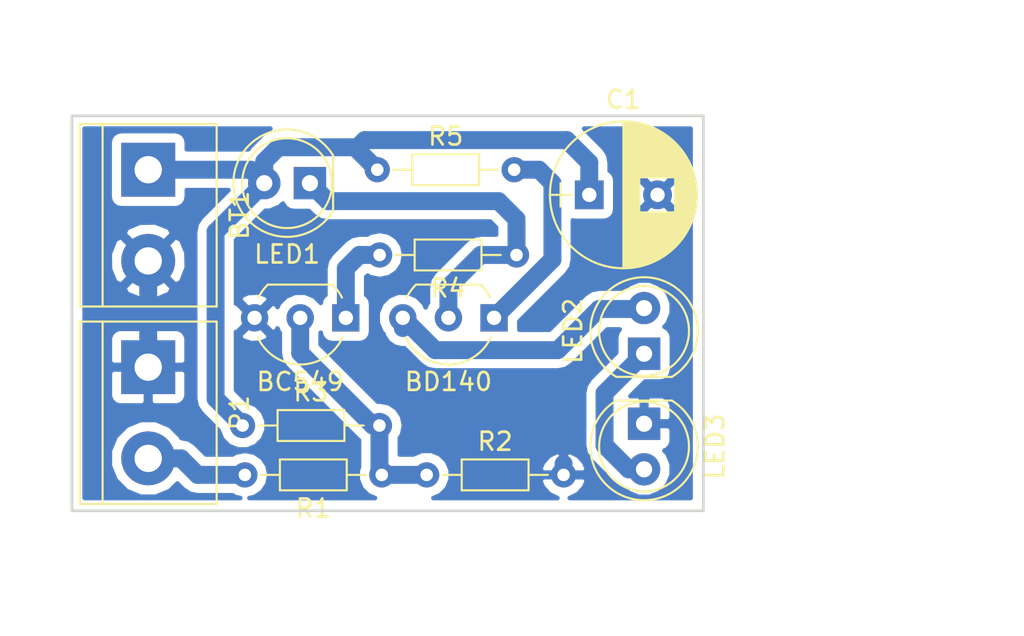
<source format=kicad_pcb>
(kicad_pcb (version 4) (host pcbnew 4.0.5)

  (general
    (links 19)
    (no_connects 0)
    (area 120.924999 115.924999 163.075001 138.075001)
    (thickness 1.6)
    (drawings 7)
    (tracks 55)
    (zones 0)
    (modules 13)
    (nets 10)
  )

  (page A4)
  (layers
    (0 F.Cu signal)
    (31 B.Cu signal)
    (32 B.Adhes user)
    (33 F.Adhes user)
    (34 B.Paste user)
    (35 F.Paste user)
    (36 B.SilkS user)
    (37 F.SilkS user)
    (38 B.Mask user)
    (39 F.Mask user)
    (40 Dwgs.User user)
    (41 Cmts.User user)
    (42 Eco1.User user)
    (43 Eco2.User user)
    (44 Edge.Cuts user)
    (45 Margin user)
    (46 B.CrtYd user)
    (47 F.CrtYd user)
    (48 B.Fab user)
    (49 F.Fab user)
  )

  (setup
    (last_trace_width 1)
    (user_trace_width 1)
    (trace_clearance 0.2)
    (zone_clearance 0.508)
    (zone_45_only no)
    (trace_min 0.2)
    (segment_width 0.2)
    (edge_width 0.15)
    (via_size 0.6)
    (via_drill 0.4)
    (via_min_size 0.4)
    (via_min_drill 0.3)
    (uvia_size 0.3)
    (uvia_drill 0.1)
    (uvias_allowed no)
    (uvia_min_size 0.2)
    (uvia_min_drill 0.1)
    (pcb_text_width 0.3)
    (pcb_text_size 1.5 1.5)
    (mod_edge_width 0.15)
    (mod_text_size 1 1)
    (mod_text_width 0.15)
    (pad_size 1.524 1.524)
    (pad_drill 0.762)
    (pad_to_mask_clearance 0.2)
    (aux_axis_origin 0 0)
    (visible_elements 7FFFFFDF)
    (pcbplotparams
      (layerselection 0x00030_80000001)
      (usegerberextensions false)
      (excludeedgelayer true)
      (linewidth 0.100000)
      (plotframeref false)
      (viasonmask false)
      (mode 1)
      (useauxorigin false)
      (hpglpennumber 1)
      (hpglpenspeed 20)
      (hpglpendiameter 15)
      (hpglpenoverlay 2)
      (psnegative false)
      (psa4output false)
      (plotreference true)
      (plotvalue true)
      (plotinvisibletext false)
      (padsonsilk false)
      (subtractmaskfromsilk false)
      (outputformat 1)
      (mirror false)
      (drillshape 1)
      (scaleselection 1)
      (outputdirectory ""))
  )

  (net 0 "")
  (net 1 "Net-(BC549-Pad2)")
  (net 2 "Net-(BC549-Pad1)")
  (net 3 "Net-(BD140-Pad2)")
  (net 4 "Net-(BD140-Pad3)")
  (net 5 "Net-(BD140-Pad1)")
  (net 6 "Net-(BT1-Pad1)")
  (net 7 "Net-(LED2-Pad1)")
  (net 8 "Net-(P1-Pad2)")
  (net 9 GND)

  (net_class Default "This is the default net class."
    (clearance 0.2)
    (trace_width 0.25)
    (via_dia 0.6)
    (via_drill 0.4)
    (uvia_dia 0.3)
    (uvia_drill 0.1)
    (add_net GND)
    (add_net "Net-(BC549-Pad1)")
    (add_net "Net-(BC549-Pad2)")
    (add_net "Net-(BD140-Pad1)")
    (add_net "Net-(BD140-Pad2)")
    (add_net "Net-(BD140-Pad3)")
    (add_net "Net-(BT1-Pad1)")
    (add_net "Net-(LED2-Pad1)")
    (add_net "Net-(P1-Pad2)")
  )

  (module Resistors_THT:R_Axial_DIN0204_L3.6mm_D1.6mm_P7.62mm_Horizontal (layer F.Cu) (tedit 5874F706) (tstamp 5A849B7C)
    (at 138.25 136 180)
    (descr "Resistor, Axial_DIN0204 series, Axial, Horizontal, pin pitch=7.62mm, 0.16666666666666666W = 1/6W, length*diameter=3.6*1.6mm^2, http://cdn-reichelt.de/documents/datenblatt/B400/1_4W%23YAG.pdf")
    (tags "Resistor Axial_DIN0204 series Axial Horizontal pin pitch 7.62mm 0.16666666666666666W = 1/6W length 3.6mm diameter 1.6mm")
    (path /5A6B5BAC)
    (fp_text reference R1 (at 3.81 -1.86 180) (layer F.SilkS)
      (effects (font (size 1 1) (thickness 0.15)))
    )
    (fp_text value 4k7 (at 3.81 1.86 180) (layer F.Fab)
      (effects (font (size 1 1) (thickness 0.15)))
    )
    (fp_line (start 2.01 -0.8) (end 2.01 0.8) (layer F.Fab) (width 0.1))
    (fp_line (start 2.01 0.8) (end 5.61 0.8) (layer F.Fab) (width 0.1))
    (fp_line (start 5.61 0.8) (end 5.61 -0.8) (layer F.Fab) (width 0.1))
    (fp_line (start 5.61 -0.8) (end 2.01 -0.8) (layer F.Fab) (width 0.1))
    (fp_line (start 0 0) (end 2.01 0) (layer F.Fab) (width 0.1))
    (fp_line (start 7.62 0) (end 5.61 0) (layer F.Fab) (width 0.1))
    (fp_line (start 1.95 -0.86) (end 1.95 0.86) (layer F.SilkS) (width 0.12))
    (fp_line (start 1.95 0.86) (end 5.67 0.86) (layer F.SilkS) (width 0.12))
    (fp_line (start 5.67 0.86) (end 5.67 -0.86) (layer F.SilkS) (width 0.12))
    (fp_line (start 5.67 -0.86) (end 1.95 -0.86) (layer F.SilkS) (width 0.12))
    (fp_line (start 0.88 0) (end 1.95 0) (layer F.SilkS) (width 0.12))
    (fp_line (start 6.74 0) (end 5.67 0) (layer F.SilkS) (width 0.12))
    (fp_line (start -0.95 -1.15) (end -0.95 1.15) (layer F.CrtYd) (width 0.05))
    (fp_line (start -0.95 1.15) (end 8.6 1.15) (layer F.CrtYd) (width 0.05))
    (fp_line (start 8.6 1.15) (end 8.6 -1.15) (layer F.CrtYd) (width 0.05))
    (fp_line (start 8.6 -1.15) (end -0.95 -1.15) (layer F.CrtYd) (width 0.05))
    (pad 1 thru_hole circle (at 0 0 180) (size 1.4 1.4) (drill 0.7) (layers *.Cu *.Mask)
      (net 1 "Net-(BC549-Pad2)"))
    (pad 2 thru_hole oval (at 7.62 0 180) (size 1.4 1.4) (drill 0.7) (layers *.Cu *.Mask)
      (net 8 "Net-(P1-Pad2)"))
    (model ${KISYS3DMOD}/Resistors_THT.3dshapes/R_Axial_DIN0204_L3.6mm_D1.6mm_P7.62mm_Horizontal.wrl
      (at (xyz 0 0 0))
      (scale (xyz 0.393701 0.393701 0.393701))
      (rotate (xyz 0 0 0))
    )
  )

  (module TO_SOT_Packages_THT:TO-92_Inline_Wide (layer F.Cu) (tedit 58CE52AF) (tstamp 5A8499EA)
    (at 136.25 127.25 180)
    (descr "TO-92 leads in-line, wide, drill 0.8mm (see NXP sot054_po.pdf)")
    (tags "to-92 sc-43 sc-43a sot54 PA33 transistor")
    (path /5A6B5C8C)
    (fp_text reference BC549 (at 2.54 -3.56 360) (layer F.SilkS)
      (effects (font (size 1 1) (thickness 0.15)))
    )
    (fp_text value Q_NPN_CBE (at 2.54 2.79 180) (layer F.Fab)
      (effects (font (size 1 1) (thickness 0.15)))
    )
    (fp_text user %R (at 2.54 -3.56 360) (layer F.Fab)
      (effects (font (size 1 1) (thickness 0.15)))
    )
    (fp_line (start 0.74 1.85) (end 4.34 1.85) (layer F.SilkS) (width 0.12))
    (fp_line (start 0.8 1.75) (end 4.3 1.75) (layer F.Fab) (width 0.1))
    (fp_line (start -1.01 -2.73) (end 6.09 -2.73) (layer F.CrtYd) (width 0.05))
    (fp_line (start -1.01 -2.73) (end -1.01 2.01) (layer F.CrtYd) (width 0.05))
    (fp_line (start 6.09 2.01) (end 6.09 -2.73) (layer F.CrtYd) (width 0.05))
    (fp_line (start 6.09 2.01) (end -1.01 2.01) (layer F.CrtYd) (width 0.05))
    (fp_arc (start 2.54 0) (end 0.74 1.85) (angle 20) (layer F.SilkS) (width 0.12))
    (fp_arc (start 2.54 0) (end 2.54 -2.6) (angle -65) (layer F.SilkS) (width 0.12))
    (fp_arc (start 2.54 0) (end 2.54 -2.6) (angle 65) (layer F.SilkS) (width 0.12))
    (fp_arc (start 2.54 0) (end 2.54 -2.48) (angle 135) (layer F.Fab) (width 0.1))
    (fp_arc (start 2.54 0) (end 2.54 -2.48) (angle -135) (layer F.Fab) (width 0.1))
    (fp_arc (start 2.54 0) (end 4.34 1.85) (angle -20) (layer F.SilkS) (width 0.12))
    (pad 2 thru_hole circle (at 2.54 0 270) (size 1.52 1.52) (drill 0.8) (layers *.Cu *.Mask)
      (net 1 "Net-(BC549-Pad2)"))
    (pad 3 thru_hole circle (at 5.08 0 270) (size 1.52 1.52) (drill 0.8) (layers *.Cu *.Mask)
      (net 9 GND))
    (pad 1 thru_hole rect (at 0 0 270) (size 1.52 1.52) (drill 0.8) (layers *.Cu *.Mask)
      (net 2 "Net-(BC549-Pad1)"))
    (model ${KISYS3DMOD}/TO_SOT_Packages_THT.3dshapes/TO-92_Inline_Wide.wrl
      (at (xyz 0.1 0 0))
      (scale (xyz 1 1 1))
      (rotate (xyz 0 0 -90))
    )
  )

  (module TO_SOT_Packages_THT:TO-92_Inline_Wide (layer F.Cu) (tedit 58CE52AF) (tstamp 5A8499FE)
    (at 144.5 127.25 180)
    (descr "TO-92 leads in-line, wide, drill 0.8mm (see NXP sot054_po.pdf)")
    (tags "to-92 sc-43 sc-43a sot54 PA33 transistor")
    (path /5A6BB13E)
    (fp_text reference BD140 (at 2.54 -3.56 360) (layer F.SilkS)
      (effects (font (size 1 1) (thickness 0.15)))
    )
    (fp_text value Q_PNP_EBC (at 2.54 2.79 180) (layer F.Fab)
      (effects (font (size 1 1) (thickness 0.15)))
    )
    (fp_text user %R (at 2.54 -3.56 360) (layer F.Fab)
      (effects (font (size 1 1) (thickness 0.15)))
    )
    (fp_line (start 0.74 1.85) (end 4.34 1.85) (layer F.SilkS) (width 0.12))
    (fp_line (start 0.8 1.75) (end 4.3 1.75) (layer F.Fab) (width 0.1))
    (fp_line (start -1.01 -2.73) (end 6.09 -2.73) (layer F.CrtYd) (width 0.05))
    (fp_line (start -1.01 -2.73) (end -1.01 2.01) (layer F.CrtYd) (width 0.05))
    (fp_line (start 6.09 2.01) (end 6.09 -2.73) (layer F.CrtYd) (width 0.05))
    (fp_line (start 6.09 2.01) (end -1.01 2.01) (layer F.CrtYd) (width 0.05))
    (fp_arc (start 2.54 0) (end 0.74 1.85) (angle 20) (layer F.SilkS) (width 0.12))
    (fp_arc (start 2.54 0) (end 2.54 -2.6) (angle -65) (layer F.SilkS) (width 0.12))
    (fp_arc (start 2.54 0) (end 2.54 -2.6) (angle 65) (layer F.SilkS) (width 0.12))
    (fp_arc (start 2.54 0) (end 2.54 -2.48) (angle 135) (layer F.Fab) (width 0.1))
    (fp_arc (start 2.54 0) (end 2.54 -2.48) (angle -135) (layer F.Fab) (width 0.1))
    (fp_arc (start 2.54 0) (end 4.34 1.85) (angle -20) (layer F.SilkS) (width 0.12))
    (pad 2 thru_hole circle (at 2.54 0 270) (size 1.52 1.52) (drill 0.8) (layers *.Cu *.Mask)
      (net 3 "Net-(BD140-Pad2)"))
    (pad 3 thru_hole circle (at 5.08 0 270) (size 1.52 1.52) (drill 0.8) (layers *.Cu *.Mask)
      (net 4 "Net-(BD140-Pad3)"))
    (pad 1 thru_hole rect (at 0 0 270) (size 1.52 1.52) (drill 0.8) (layers *.Cu *.Mask)
      (net 5 "Net-(BD140-Pad1)"))
    (model ${KISYS3DMOD}/TO_SOT_Packages_THT.3dshapes/TO-92_Inline_Wide.wrl
      (at (xyz 0.1 0 0))
      (scale (xyz 1 1 1))
      (rotate (xyz 0 0 -90))
    )
  )

  (module Connectors_Terminal_Blocks:TerminalBlock_bornier-2_P5.08mm (layer F.Cu) (tedit 59FF03AB) (tstamp 5A849A13)
    (at 125.25 119 270)
    (descr "simple 2-pin terminal block, pitch 5.08mm, revamped version of bornier2")
    (tags "terminal block bornier2")
    (path /5A6B5D80)
    (fp_text reference BT1 (at 2.54 -5.08 270) (layer F.SilkS)
      (effects (font (size 1 1) (thickness 0.15)))
    )
    (fp_text value 5-12V (at 2.54 5.08 270) (layer F.Fab)
      (effects (font (size 1 1) (thickness 0.15)))
    )
    (fp_text user %R (at 2.54 0 270) (layer F.Fab)
      (effects (font (size 1 1) (thickness 0.15)))
    )
    (fp_line (start -2.41 2.55) (end 7.49 2.55) (layer F.Fab) (width 0.1))
    (fp_line (start -2.46 -3.75) (end -2.46 3.75) (layer F.Fab) (width 0.1))
    (fp_line (start -2.46 3.75) (end 7.54 3.75) (layer F.Fab) (width 0.1))
    (fp_line (start 7.54 3.75) (end 7.54 -3.75) (layer F.Fab) (width 0.1))
    (fp_line (start 7.54 -3.75) (end -2.46 -3.75) (layer F.Fab) (width 0.1))
    (fp_line (start 7.62 2.54) (end -2.54 2.54) (layer F.SilkS) (width 0.12))
    (fp_line (start 7.62 3.81) (end 7.62 -3.81) (layer F.SilkS) (width 0.12))
    (fp_line (start 7.62 -3.81) (end -2.54 -3.81) (layer F.SilkS) (width 0.12))
    (fp_line (start -2.54 -3.81) (end -2.54 3.81) (layer F.SilkS) (width 0.12))
    (fp_line (start -2.54 3.81) (end 7.62 3.81) (layer F.SilkS) (width 0.12))
    (fp_line (start -2.71 -4) (end 7.79 -4) (layer F.CrtYd) (width 0.05))
    (fp_line (start -2.71 -4) (end -2.71 4) (layer F.CrtYd) (width 0.05))
    (fp_line (start 7.79 4) (end 7.79 -4) (layer F.CrtYd) (width 0.05))
    (fp_line (start 7.79 4) (end -2.71 4) (layer F.CrtYd) (width 0.05))
    (pad 1 thru_hole rect (at 0 0 270) (size 3 3) (drill 1.52) (layers *.Cu *.Mask)
      (net 6 "Net-(BT1-Pad1)"))
    (pad 2 thru_hole circle (at 5.08 0 270) (size 3 3) (drill 1.52) (layers *.Cu *.Mask)
      (net 9 GND))
    (model ${KISYS3DMOD}/Terminal_Blocks.3dshapes/TerminalBlock_bornier-2_P5.08mm.wrl
      (at (xyz 0.1 0 0))
      (scale (xyz 1 1 1))
      (rotate (xyz 0 0 0))
    )
  )

  (module LEDs:LED_D5.0mm (layer F.Cu) (tedit 5995936A) (tstamp 5A849B2D)
    (at 134.25 119.75 180)
    (descr "LED, diameter 5.0mm, 2 pins, http://cdn-reichelt.de/documents/datenblatt/A500/LL-504BC2E-009.pdf")
    (tags "LED diameter 5.0mm 2 pins")
    (path /5A6B768E)
    (fp_text reference LED1 (at 1.27 -3.96 180) (layer F.SilkS)
      (effects (font (size 1 1) (thickness 0.15)))
    )
    (fp_text value ZELENA (at 1.27 3.96 180) (layer F.Fab)
      (effects (font (size 1 1) (thickness 0.15)))
    )
    (fp_arc (start 1.27 0) (end -1.23 -1.469694) (angle 299.1) (layer F.Fab) (width 0.1))
    (fp_arc (start 1.27 0) (end -1.29 -1.54483) (angle 148.9) (layer F.SilkS) (width 0.12))
    (fp_arc (start 1.27 0) (end -1.29 1.54483) (angle -148.9) (layer F.SilkS) (width 0.12))
    (fp_circle (center 1.27 0) (end 3.77 0) (layer F.Fab) (width 0.1))
    (fp_circle (center 1.27 0) (end 3.77 0) (layer F.SilkS) (width 0.12))
    (fp_line (start -1.23 -1.469694) (end -1.23 1.469694) (layer F.Fab) (width 0.1))
    (fp_line (start -1.29 -1.545) (end -1.29 1.545) (layer F.SilkS) (width 0.12))
    (fp_line (start -1.95 -3.25) (end -1.95 3.25) (layer F.CrtYd) (width 0.05))
    (fp_line (start -1.95 3.25) (end 4.5 3.25) (layer F.CrtYd) (width 0.05))
    (fp_line (start 4.5 3.25) (end 4.5 -3.25) (layer F.CrtYd) (width 0.05))
    (fp_line (start 4.5 -3.25) (end -1.95 -3.25) (layer F.CrtYd) (width 0.05))
    (fp_text user %R (at 1.25 0 180) (layer F.Fab)
      (effects (font (size 0.8 0.8) (thickness 0.2)))
    )
    (pad 1 thru_hole rect (at 0 0 180) (size 1.8 1.8) (drill 0.9) (layers *.Cu *.Mask)
      (net 3 "Net-(BD140-Pad2)"))
    (pad 2 thru_hole circle (at 2.54 0 180) (size 1.8 1.8) (drill 0.9) (layers *.Cu *.Mask)
      (net 6 "Net-(BT1-Pad1)"))
    (model ${KISYS3DMOD}/LEDs.3dshapes/LED_D5.0mm.wrl
      (at (xyz 0 0 0))
      (scale (xyz 0.393701 0.393701 0.393701))
      (rotate (xyz 0 0 0))
    )
  )

  (module LEDs:LED_D5.0mm (layer F.Cu) (tedit 5995936A) (tstamp 5A849B3F)
    (at 152.85 129.25 90)
    (descr "LED, diameter 5.0mm, 2 pins, http://cdn-reichelt.de/documents/datenblatt/A500/LL-504BC2E-009.pdf")
    (tags "LED diameter 5.0mm 2 pins")
    (path /5A6B8FAF)
    (fp_text reference LED2 (at 1.27 -3.96 90) (layer F.SilkS)
      (effects (font (size 1 1) (thickness 0.15)))
    )
    (fp_text value "IR LED" (at 1.27 3.96 90) (layer F.Fab)
      (effects (font (size 1 1) (thickness 0.15)))
    )
    (fp_arc (start 1.27 0) (end -1.23 -1.469694) (angle 299.1) (layer F.Fab) (width 0.1))
    (fp_arc (start 1.27 0) (end -1.29 -1.54483) (angle 148.9) (layer F.SilkS) (width 0.12))
    (fp_arc (start 1.27 0) (end -1.29 1.54483) (angle -148.9) (layer F.SilkS) (width 0.12))
    (fp_circle (center 1.27 0) (end 3.77 0) (layer F.Fab) (width 0.1))
    (fp_circle (center 1.27 0) (end 3.77 0) (layer F.SilkS) (width 0.12))
    (fp_line (start -1.23 -1.469694) (end -1.23 1.469694) (layer F.Fab) (width 0.1))
    (fp_line (start -1.29 -1.545) (end -1.29 1.545) (layer F.SilkS) (width 0.12))
    (fp_line (start -1.95 -3.25) (end -1.95 3.25) (layer F.CrtYd) (width 0.05))
    (fp_line (start -1.95 3.25) (end 4.5 3.25) (layer F.CrtYd) (width 0.05))
    (fp_line (start 4.5 3.25) (end 4.5 -3.25) (layer F.CrtYd) (width 0.05))
    (fp_line (start 4.5 -3.25) (end -1.95 -3.25) (layer F.CrtYd) (width 0.05))
    (fp_text user %R (at 1.25 0 90) (layer F.Fab)
      (effects (font (size 0.8 0.8) (thickness 0.2)))
    )
    (pad 1 thru_hole rect (at 0 0 90) (size 1.8 1.8) (drill 0.9) (layers *.Cu *.Mask)
      (net 7 "Net-(LED2-Pad1)"))
    (pad 2 thru_hole circle (at 2.54 0 90) (size 1.8 1.8) (drill 0.9) (layers *.Cu *.Mask)
      (net 4 "Net-(BD140-Pad3)"))
    (model ${KISYS3DMOD}/LEDs.3dshapes/LED_D5.0mm.wrl
      (at (xyz 0 0 0))
      (scale (xyz 0.393701 0.393701 0.393701))
      (rotate (xyz 0 0 0))
    )
  )

  (module LEDs:LED_D5.0mm (layer F.Cu) (tedit 5995936A) (tstamp 5A849B51)
    (at 152.85 133.15 270)
    (descr "LED, diameter 5.0mm, 2 pins, http://cdn-reichelt.de/documents/datenblatt/A500/LL-504BC2E-009.pdf")
    (tags "LED diameter 5.0mm 2 pins")
    (path /5A6B90CF)
    (fp_text reference LED3 (at 1.27 -3.96 270) (layer F.SilkS)
      (effects (font (size 1 1) (thickness 0.15)))
    )
    (fp_text value "IR LED" (at 1.27 3.96 270) (layer F.Fab)
      (effects (font (size 1 1) (thickness 0.15)))
    )
    (fp_arc (start 1.27 0) (end -1.23 -1.469694) (angle 299.1) (layer F.Fab) (width 0.1))
    (fp_arc (start 1.27 0) (end -1.29 -1.54483) (angle 148.9) (layer F.SilkS) (width 0.12))
    (fp_arc (start 1.27 0) (end -1.29 1.54483) (angle -148.9) (layer F.SilkS) (width 0.12))
    (fp_circle (center 1.27 0) (end 3.77 0) (layer F.Fab) (width 0.1))
    (fp_circle (center 1.27 0) (end 3.77 0) (layer F.SilkS) (width 0.12))
    (fp_line (start -1.23 -1.469694) (end -1.23 1.469694) (layer F.Fab) (width 0.1))
    (fp_line (start -1.29 -1.545) (end -1.29 1.545) (layer F.SilkS) (width 0.12))
    (fp_line (start -1.95 -3.25) (end -1.95 3.25) (layer F.CrtYd) (width 0.05))
    (fp_line (start -1.95 3.25) (end 4.5 3.25) (layer F.CrtYd) (width 0.05))
    (fp_line (start 4.5 3.25) (end 4.5 -3.25) (layer F.CrtYd) (width 0.05))
    (fp_line (start 4.5 -3.25) (end -1.95 -3.25) (layer F.CrtYd) (width 0.05))
    (fp_text user %R (at 1.25 0 270) (layer F.Fab)
      (effects (font (size 0.8 0.8) (thickness 0.2)))
    )
    (pad 1 thru_hole rect (at 0 0 270) (size 1.8 1.8) (drill 0.9) (layers *.Cu *.Mask)
      (net 9 GND))
    (pad 2 thru_hole circle (at 2.54 0 270) (size 1.8 1.8) (drill 0.9) (layers *.Cu *.Mask)
      (net 7 "Net-(LED2-Pad1)"))
    (model ${KISYS3DMOD}/LEDs.3dshapes/LED_D5.0mm.wrl
      (at (xyz 0 0 0))
      (scale (xyz 0.393701 0.393701 0.393701))
      (rotate (xyz 0 0 0))
    )
  )

  (module Connectors_Terminal_Blocks:TerminalBlock_bornier-2_P5.08mm (layer F.Cu) (tedit 59FF03AB) (tstamp 5A849B66)
    (at 125.25 130 270)
    (descr "simple 2-pin terminal block, pitch 5.08mm, revamped version of bornier2")
    (tags "terminal block bornier2")
    (path /5A6BA193)
    (fp_text reference P1 (at 2.54 -5.08 270) (layer F.SilkS)
      (effects (font (size 1 1) (thickness 0.15)))
    )
    (fp_text value CONN_01X02 (at 2.54 5.08 270) (layer F.Fab)
      (effects (font (size 1 1) (thickness 0.15)))
    )
    (fp_text user %R (at 2.54 0 270) (layer F.Fab)
      (effects (font (size 1 1) (thickness 0.15)))
    )
    (fp_line (start -2.41 2.55) (end 7.49 2.55) (layer F.Fab) (width 0.1))
    (fp_line (start -2.46 -3.75) (end -2.46 3.75) (layer F.Fab) (width 0.1))
    (fp_line (start -2.46 3.75) (end 7.54 3.75) (layer F.Fab) (width 0.1))
    (fp_line (start 7.54 3.75) (end 7.54 -3.75) (layer F.Fab) (width 0.1))
    (fp_line (start 7.54 -3.75) (end -2.46 -3.75) (layer F.Fab) (width 0.1))
    (fp_line (start 7.62 2.54) (end -2.54 2.54) (layer F.SilkS) (width 0.12))
    (fp_line (start 7.62 3.81) (end 7.62 -3.81) (layer F.SilkS) (width 0.12))
    (fp_line (start 7.62 -3.81) (end -2.54 -3.81) (layer F.SilkS) (width 0.12))
    (fp_line (start -2.54 -3.81) (end -2.54 3.81) (layer F.SilkS) (width 0.12))
    (fp_line (start -2.54 3.81) (end 7.62 3.81) (layer F.SilkS) (width 0.12))
    (fp_line (start -2.71 -4) (end 7.79 -4) (layer F.CrtYd) (width 0.05))
    (fp_line (start -2.71 -4) (end -2.71 4) (layer F.CrtYd) (width 0.05))
    (fp_line (start 7.79 4) (end 7.79 -4) (layer F.CrtYd) (width 0.05))
    (fp_line (start 7.79 4) (end -2.71 4) (layer F.CrtYd) (width 0.05))
    (pad 1 thru_hole rect (at 0 0 270) (size 3 3) (drill 1.52) (layers *.Cu *.Mask)
      (net 9 GND))
    (pad 2 thru_hole circle (at 5.08 0 270) (size 3 3) (drill 1.52) (layers *.Cu *.Mask)
      (net 8 "Net-(P1-Pad2)"))
    (model ${KISYS3DMOD}/Terminal_Blocks.3dshapes/TerminalBlock_bornier-2_P5.08mm.wrl
      (at (xyz 0.1 0 0))
      (scale (xyz 1 1 1))
      (rotate (xyz 0 0 0))
    )
  )

  (module Resistors_THT:R_Axial_DIN0204_L3.6mm_D1.6mm_P7.62mm_Horizontal (layer F.Cu) (tedit 5874F706) (tstamp 5A849B92)
    (at 140.75 136)
    (descr "Resistor, Axial_DIN0204 series, Axial, Horizontal, pin pitch=7.62mm, 0.16666666666666666W = 1/6W, length*diameter=3.6*1.6mm^2, http://cdn-reichelt.de/documents/datenblatt/B400/1_4W%23YAG.pdf")
    (tags "Resistor Axial_DIN0204 series Axial Horizontal pin pitch 7.62mm 0.16666666666666666W = 1/6W length 3.6mm diameter 1.6mm")
    (path /5A6B6970)
    (fp_text reference R2 (at 3.81 -1.86) (layer F.SilkS)
      (effects (font (size 1 1) (thickness 0.15)))
    )
    (fp_text value 22k (at 3.81 1.86) (layer F.Fab)
      (effects (font (size 1 1) (thickness 0.15)))
    )
    (fp_line (start 2.01 -0.8) (end 2.01 0.8) (layer F.Fab) (width 0.1))
    (fp_line (start 2.01 0.8) (end 5.61 0.8) (layer F.Fab) (width 0.1))
    (fp_line (start 5.61 0.8) (end 5.61 -0.8) (layer F.Fab) (width 0.1))
    (fp_line (start 5.61 -0.8) (end 2.01 -0.8) (layer F.Fab) (width 0.1))
    (fp_line (start 0 0) (end 2.01 0) (layer F.Fab) (width 0.1))
    (fp_line (start 7.62 0) (end 5.61 0) (layer F.Fab) (width 0.1))
    (fp_line (start 1.95 -0.86) (end 1.95 0.86) (layer F.SilkS) (width 0.12))
    (fp_line (start 1.95 0.86) (end 5.67 0.86) (layer F.SilkS) (width 0.12))
    (fp_line (start 5.67 0.86) (end 5.67 -0.86) (layer F.SilkS) (width 0.12))
    (fp_line (start 5.67 -0.86) (end 1.95 -0.86) (layer F.SilkS) (width 0.12))
    (fp_line (start 0.88 0) (end 1.95 0) (layer F.SilkS) (width 0.12))
    (fp_line (start 6.74 0) (end 5.67 0) (layer F.SilkS) (width 0.12))
    (fp_line (start -0.95 -1.15) (end -0.95 1.15) (layer F.CrtYd) (width 0.05))
    (fp_line (start -0.95 1.15) (end 8.6 1.15) (layer F.CrtYd) (width 0.05))
    (fp_line (start 8.6 1.15) (end 8.6 -1.15) (layer F.CrtYd) (width 0.05))
    (fp_line (start 8.6 -1.15) (end -0.95 -1.15) (layer F.CrtYd) (width 0.05))
    (pad 1 thru_hole circle (at 0 0) (size 1.4 1.4) (drill 0.7) (layers *.Cu *.Mask)
      (net 1 "Net-(BC549-Pad2)"))
    (pad 2 thru_hole oval (at 7.62 0) (size 1.4 1.4) (drill 0.7) (layers *.Cu *.Mask)
      (net 9 GND))
    (model ${KISYS3DMOD}/Resistors_THT.3dshapes/R_Axial_DIN0204_L3.6mm_D1.6mm_P7.62mm_Horizontal.wrl
      (at (xyz 0 0 0))
      (scale (xyz 0.393701 0.393701 0.393701))
      (rotate (xyz 0 0 0))
    )
  )

  (module Resistors_THT:R_Axial_DIN0204_L3.6mm_D1.6mm_P7.62mm_Horizontal (layer F.Cu) (tedit 5874F706) (tstamp 5A849BA8)
    (at 130.5 133.25)
    (descr "Resistor, Axial_DIN0204 series, Axial, Horizontal, pin pitch=7.62mm, 0.16666666666666666W = 1/6W, length*diameter=3.6*1.6mm^2, http://cdn-reichelt.de/documents/datenblatt/B400/1_4W%23YAG.pdf")
    (tags "Resistor Axial_DIN0204 series Axial Horizontal pin pitch 7.62mm 0.16666666666666666W = 1/6W length 3.6mm diameter 1.6mm")
    (path /5A6B6C90)
    (fp_text reference R3 (at 3.81 -1.86) (layer F.SilkS)
      (effects (font (size 1 1) (thickness 0.15)))
    )
    (fp_text value 10k (at 3.81 1.86) (layer F.Fab)
      (effects (font (size 1 1) (thickness 0.15)))
    )
    (fp_line (start 2.01 -0.8) (end 2.01 0.8) (layer F.Fab) (width 0.1))
    (fp_line (start 2.01 0.8) (end 5.61 0.8) (layer F.Fab) (width 0.1))
    (fp_line (start 5.61 0.8) (end 5.61 -0.8) (layer F.Fab) (width 0.1))
    (fp_line (start 5.61 -0.8) (end 2.01 -0.8) (layer F.Fab) (width 0.1))
    (fp_line (start 0 0) (end 2.01 0) (layer F.Fab) (width 0.1))
    (fp_line (start 7.62 0) (end 5.61 0) (layer F.Fab) (width 0.1))
    (fp_line (start 1.95 -0.86) (end 1.95 0.86) (layer F.SilkS) (width 0.12))
    (fp_line (start 1.95 0.86) (end 5.67 0.86) (layer F.SilkS) (width 0.12))
    (fp_line (start 5.67 0.86) (end 5.67 -0.86) (layer F.SilkS) (width 0.12))
    (fp_line (start 5.67 -0.86) (end 1.95 -0.86) (layer F.SilkS) (width 0.12))
    (fp_line (start 0.88 0) (end 1.95 0) (layer F.SilkS) (width 0.12))
    (fp_line (start 6.74 0) (end 5.67 0) (layer F.SilkS) (width 0.12))
    (fp_line (start -0.95 -1.15) (end -0.95 1.15) (layer F.CrtYd) (width 0.05))
    (fp_line (start -0.95 1.15) (end 8.6 1.15) (layer F.CrtYd) (width 0.05))
    (fp_line (start 8.6 1.15) (end 8.6 -1.15) (layer F.CrtYd) (width 0.05))
    (fp_line (start 8.6 -1.15) (end -0.95 -1.15) (layer F.CrtYd) (width 0.05))
    (pad 1 thru_hole circle (at 0 0) (size 1.4 1.4) (drill 0.7) (layers *.Cu *.Mask)
      (net 6 "Net-(BT1-Pad1)"))
    (pad 2 thru_hole oval (at 7.62 0) (size 1.4 1.4) (drill 0.7) (layers *.Cu *.Mask)
      (net 1 "Net-(BC549-Pad2)"))
    (model ${KISYS3DMOD}/Resistors_THT.3dshapes/R_Axial_DIN0204_L3.6mm_D1.6mm_P7.62mm_Horizontal.wrl
      (at (xyz 0 0 0))
      (scale (xyz 0.393701 0.393701 0.393701))
      (rotate (xyz 0 0 0))
    )
  )

  (module Resistors_THT:R_Axial_DIN0204_L3.6mm_D1.6mm_P7.62mm_Horizontal (layer F.Cu) (tedit 5874F706) (tstamp 5A849BBE)
    (at 145.75 123.75 180)
    (descr "Resistor, Axial_DIN0204 series, Axial, Horizontal, pin pitch=7.62mm, 0.16666666666666666W = 1/6W, length*diameter=3.6*1.6mm^2, http://cdn-reichelt.de/documents/datenblatt/B400/1_4W%23YAG.pdf")
    (tags "Resistor Axial_DIN0204 series Axial Horizontal pin pitch 7.62mm 0.16666666666666666W = 1/6W length 3.6mm diameter 1.6mm")
    (path /5A6B71AC)
    (fp_text reference R4 (at 3.81 -1.86 180) (layer F.SilkS)
      (effects (font (size 1 1) (thickness 0.15)))
    )
    (fp_text value 100 (at 3.81 1.86 180) (layer F.Fab)
      (effects (font (size 1 1) (thickness 0.15)))
    )
    (fp_line (start 2.01 -0.8) (end 2.01 0.8) (layer F.Fab) (width 0.1))
    (fp_line (start 2.01 0.8) (end 5.61 0.8) (layer F.Fab) (width 0.1))
    (fp_line (start 5.61 0.8) (end 5.61 -0.8) (layer F.Fab) (width 0.1))
    (fp_line (start 5.61 -0.8) (end 2.01 -0.8) (layer F.Fab) (width 0.1))
    (fp_line (start 0 0) (end 2.01 0) (layer F.Fab) (width 0.1))
    (fp_line (start 7.62 0) (end 5.61 0) (layer F.Fab) (width 0.1))
    (fp_line (start 1.95 -0.86) (end 1.95 0.86) (layer F.SilkS) (width 0.12))
    (fp_line (start 1.95 0.86) (end 5.67 0.86) (layer F.SilkS) (width 0.12))
    (fp_line (start 5.67 0.86) (end 5.67 -0.86) (layer F.SilkS) (width 0.12))
    (fp_line (start 5.67 -0.86) (end 1.95 -0.86) (layer F.SilkS) (width 0.12))
    (fp_line (start 0.88 0) (end 1.95 0) (layer F.SilkS) (width 0.12))
    (fp_line (start 6.74 0) (end 5.67 0) (layer F.SilkS) (width 0.12))
    (fp_line (start -0.95 -1.15) (end -0.95 1.15) (layer F.CrtYd) (width 0.05))
    (fp_line (start -0.95 1.15) (end 8.6 1.15) (layer F.CrtYd) (width 0.05))
    (fp_line (start 8.6 1.15) (end 8.6 -1.15) (layer F.CrtYd) (width 0.05))
    (fp_line (start 8.6 -1.15) (end -0.95 -1.15) (layer F.CrtYd) (width 0.05))
    (pad 1 thru_hole circle (at 0 0 180) (size 1.4 1.4) (drill 0.7) (layers *.Cu *.Mask)
      (net 3 "Net-(BD140-Pad2)"))
    (pad 2 thru_hole oval (at 7.62 0 180) (size 1.4 1.4) (drill 0.7) (layers *.Cu *.Mask)
      (net 2 "Net-(BC549-Pad1)"))
    (model ${KISYS3DMOD}/Resistors_THT.3dshapes/R_Axial_DIN0204_L3.6mm_D1.6mm_P7.62mm_Horizontal.wrl
      (at (xyz 0 0 0))
      (scale (xyz 0.393701 0.393701 0.393701))
      (rotate (xyz 0 0 0))
    )
  )

  (module Resistors_THT:R_Axial_DIN0204_L3.6mm_D1.6mm_P7.62mm_Horizontal (layer F.Cu) (tedit 5874F706) (tstamp 5A849BD4)
    (at 138 119)
    (descr "Resistor, Axial_DIN0204 series, Axial, Horizontal, pin pitch=7.62mm, 0.16666666666666666W = 1/6W, length*diameter=3.6*1.6mm^2, http://cdn-reichelt.de/documents/datenblatt/B400/1_4W%23YAG.pdf")
    (tags "Resistor Axial_DIN0204 series Axial Horizontal pin pitch 7.62mm 0.16666666666666666W = 1/6W length 3.6mm diameter 1.6mm")
    (path /5A6B7915)
    (fp_text reference R5 (at 3.81 -1.86) (layer F.SilkS)
      (effects (font (size 1 1) (thickness 0.15)))
    )
    (fp_text value 10 (at 3.81 1.86) (layer F.Fab)
      (effects (font (size 1 1) (thickness 0.15)))
    )
    (fp_line (start 2.01 -0.8) (end 2.01 0.8) (layer F.Fab) (width 0.1))
    (fp_line (start 2.01 0.8) (end 5.61 0.8) (layer F.Fab) (width 0.1))
    (fp_line (start 5.61 0.8) (end 5.61 -0.8) (layer F.Fab) (width 0.1))
    (fp_line (start 5.61 -0.8) (end 2.01 -0.8) (layer F.Fab) (width 0.1))
    (fp_line (start 0 0) (end 2.01 0) (layer F.Fab) (width 0.1))
    (fp_line (start 7.62 0) (end 5.61 0) (layer F.Fab) (width 0.1))
    (fp_line (start 1.95 -0.86) (end 1.95 0.86) (layer F.SilkS) (width 0.12))
    (fp_line (start 1.95 0.86) (end 5.67 0.86) (layer F.SilkS) (width 0.12))
    (fp_line (start 5.67 0.86) (end 5.67 -0.86) (layer F.SilkS) (width 0.12))
    (fp_line (start 5.67 -0.86) (end 1.95 -0.86) (layer F.SilkS) (width 0.12))
    (fp_line (start 0.88 0) (end 1.95 0) (layer F.SilkS) (width 0.12))
    (fp_line (start 6.74 0) (end 5.67 0) (layer F.SilkS) (width 0.12))
    (fp_line (start -0.95 -1.15) (end -0.95 1.15) (layer F.CrtYd) (width 0.05))
    (fp_line (start -0.95 1.15) (end 8.6 1.15) (layer F.CrtYd) (width 0.05))
    (fp_line (start 8.6 1.15) (end 8.6 -1.15) (layer F.CrtYd) (width 0.05))
    (fp_line (start 8.6 -1.15) (end -0.95 -1.15) (layer F.CrtYd) (width 0.05))
    (pad 1 thru_hole circle (at 0 0) (size 1.4 1.4) (drill 0.7) (layers *.Cu *.Mask)
      (net 6 "Net-(BT1-Pad1)"))
    (pad 2 thru_hole oval (at 7.62 0) (size 1.4 1.4) (drill 0.7) (layers *.Cu *.Mask)
      (net 5 "Net-(BD140-Pad1)"))
    (model ${KISYS3DMOD}/Resistors_THT.3dshapes/R_Axial_DIN0204_L3.6mm_D1.6mm_P7.62mm_Horizontal.wrl
      (at (xyz 0 0 0))
      (scale (xyz 0.393701 0.393701 0.393701))
      (rotate (xyz 0 0 0))
    )
  )

  (module Capacitors_THT:CP_Radial_D8.0mm_P3.80mm (layer F.Cu) (tedit 597BC7C2) (tstamp 5AA2EB3D)
    (at 149.8 120.4)
    (descr "CP, Radial series, Radial, pin pitch=3.80mm, , diameter=8mm, Electrolytic Capacitor")
    (tags "CP Radial series Radial pin pitch 3.80mm  diameter 8mm Electrolytic Capacitor")
    (path /5A6B84EC)
    (fp_text reference C1 (at 1.9 -5.31) (layer F.SilkS)
      (effects (font (size 1 1) (thickness 0.15)))
    )
    (fp_text value 220uF (at 1.9 5.31) (layer F.Fab)
      (effects (font (size 1 1) (thickness 0.15)))
    )
    (fp_circle (center 1.9 0) (end 5.9 0) (layer F.Fab) (width 0.1))
    (fp_circle (center 1.9 0) (end 5.99 0) (layer F.SilkS) (width 0.12))
    (fp_line (start -2.2 0) (end -1 0) (layer F.Fab) (width 0.1))
    (fp_line (start -1.6 -0.65) (end -1.6 0.65) (layer F.Fab) (width 0.1))
    (fp_line (start 1.9 -4.05) (end 1.9 4.05) (layer F.SilkS) (width 0.12))
    (fp_line (start 1.94 -4.05) (end 1.94 4.05) (layer F.SilkS) (width 0.12))
    (fp_line (start 1.98 -4.05) (end 1.98 4.05) (layer F.SilkS) (width 0.12))
    (fp_line (start 2.02 -4.049) (end 2.02 4.049) (layer F.SilkS) (width 0.12))
    (fp_line (start 2.06 -4.047) (end 2.06 4.047) (layer F.SilkS) (width 0.12))
    (fp_line (start 2.1 -4.046) (end 2.1 4.046) (layer F.SilkS) (width 0.12))
    (fp_line (start 2.14 -4.043) (end 2.14 4.043) (layer F.SilkS) (width 0.12))
    (fp_line (start 2.18 -4.041) (end 2.18 4.041) (layer F.SilkS) (width 0.12))
    (fp_line (start 2.22 -4.038) (end 2.22 4.038) (layer F.SilkS) (width 0.12))
    (fp_line (start 2.26 -4.035) (end 2.26 4.035) (layer F.SilkS) (width 0.12))
    (fp_line (start 2.3 -4.031) (end 2.3 4.031) (layer F.SilkS) (width 0.12))
    (fp_line (start 2.34 -4.027) (end 2.34 4.027) (layer F.SilkS) (width 0.12))
    (fp_line (start 2.38 -4.022) (end 2.38 4.022) (layer F.SilkS) (width 0.12))
    (fp_line (start 2.42 -4.017) (end 2.42 4.017) (layer F.SilkS) (width 0.12))
    (fp_line (start 2.46 -4.012) (end 2.46 4.012) (layer F.SilkS) (width 0.12))
    (fp_line (start 2.5 -4.006) (end 2.5 4.006) (layer F.SilkS) (width 0.12))
    (fp_line (start 2.54 -4) (end 2.54 4) (layer F.SilkS) (width 0.12))
    (fp_line (start 2.58 -3.994) (end 2.58 3.994) (layer F.SilkS) (width 0.12))
    (fp_line (start 2.621 -3.987) (end 2.621 3.987) (layer F.SilkS) (width 0.12))
    (fp_line (start 2.661 -3.979) (end 2.661 3.979) (layer F.SilkS) (width 0.12))
    (fp_line (start 2.701 -3.971) (end 2.701 3.971) (layer F.SilkS) (width 0.12))
    (fp_line (start 2.741 -3.963) (end 2.741 3.963) (layer F.SilkS) (width 0.12))
    (fp_line (start 2.781 -3.955) (end 2.781 3.955) (layer F.SilkS) (width 0.12))
    (fp_line (start 2.821 -3.946) (end 2.821 -0.98) (layer F.SilkS) (width 0.12))
    (fp_line (start 2.821 0.98) (end 2.821 3.946) (layer F.SilkS) (width 0.12))
    (fp_line (start 2.861 -3.936) (end 2.861 -0.98) (layer F.SilkS) (width 0.12))
    (fp_line (start 2.861 0.98) (end 2.861 3.936) (layer F.SilkS) (width 0.12))
    (fp_line (start 2.901 -3.926) (end 2.901 -0.98) (layer F.SilkS) (width 0.12))
    (fp_line (start 2.901 0.98) (end 2.901 3.926) (layer F.SilkS) (width 0.12))
    (fp_line (start 2.941 -3.916) (end 2.941 -0.98) (layer F.SilkS) (width 0.12))
    (fp_line (start 2.941 0.98) (end 2.941 3.916) (layer F.SilkS) (width 0.12))
    (fp_line (start 2.981 -3.905) (end 2.981 -0.98) (layer F.SilkS) (width 0.12))
    (fp_line (start 2.981 0.98) (end 2.981 3.905) (layer F.SilkS) (width 0.12))
    (fp_line (start 3.021 -3.894) (end 3.021 -0.98) (layer F.SilkS) (width 0.12))
    (fp_line (start 3.021 0.98) (end 3.021 3.894) (layer F.SilkS) (width 0.12))
    (fp_line (start 3.061 -3.883) (end 3.061 -0.98) (layer F.SilkS) (width 0.12))
    (fp_line (start 3.061 0.98) (end 3.061 3.883) (layer F.SilkS) (width 0.12))
    (fp_line (start 3.101 -3.87) (end 3.101 -0.98) (layer F.SilkS) (width 0.12))
    (fp_line (start 3.101 0.98) (end 3.101 3.87) (layer F.SilkS) (width 0.12))
    (fp_line (start 3.141 -3.858) (end 3.141 -0.98) (layer F.SilkS) (width 0.12))
    (fp_line (start 3.141 0.98) (end 3.141 3.858) (layer F.SilkS) (width 0.12))
    (fp_line (start 3.181 -3.845) (end 3.181 -0.98) (layer F.SilkS) (width 0.12))
    (fp_line (start 3.181 0.98) (end 3.181 3.845) (layer F.SilkS) (width 0.12))
    (fp_line (start 3.221 -3.832) (end 3.221 -0.98) (layer F.SilkS) (width 0.12))
    (fp_line (start 3.221 0.98) (end 3.221 3.832) (layer F.SilkS) (width 0.12))
    (fp_line (start 3.261 -3.818) (end 3.261 -0.98) (layer F.SilkS) (width 0.12))
    (fp_line (start 3.261 0.98) (end 3.261 3.818) (layer F.SilkS) (width 0.12))
    (fp_line (start 3.301 -3.803) (end 3.301 -0.98) (layer F.SilkS) (width 0.12))
    (fp_line (start 3.301 0.98) (end 3.301 3.803) (layer F.SilkS) (width 0.12))
    (fp_line (start 3.341 -3.789) (end 3.341 -0.98) (layer F.SilkS) (width 0.12))
    (fp_line (start 3.341 0.98) (end 3.341 3.789) (layer F.SilkS) (width 0.12))
    (fp_line (start 3.381 -3.773) (end 3.381 -0.98) (layer F.SilkS) (width 0.12))
    (fp_line (start 3.381 0.98) (end 3.381 3.773) (layer F.SilkS) (width 0.12))
    (fp_line (start 3.421 -3.758) (end 3.421 -0.98) (layer F.SilkS) (width 0.12))
    (fp_line (start 3.421 0.98) (end 3.421 3.758) (layer F.SilkS) (width 0.12))
    (fp_line (start 3.461 -3.741) (end 3.461 -0.98) (layer F.SilkS) (width 0.12))
    (fp_line (start 3.461 0.98) (end 3.461 3.741) (layer F.SilkS) (width 0.12))
    (fp_line (start 3.501 -3.725) (end 3.501 -0.98) (layer F.SilkS) (width 0.12))
    (fp_line (start 3.501 0.98) (end 3.501 3.725) (layer F.SilkS) (width 0.12))
    (fp_line (start 3.541 -3.707) (end 3.541 -0.98) (layer F.SilkS) (width 0.12))
    (fp_line (start 3.541 0.98) (end 3.541 3.707) (layer F.SilkS) (width 0.12))
    (fp_line (start 3.581 -3.69) (end 3.581 -0.98) (layer F.SilkS) (width 0.12))
    (fp_line (start 3.581 0.98) (end 3.581 3.69) (layer F.SilkS) (width 0.12))
    (fp_line (start 3.621 -3.671) (end 3.621 -0.98) (layer F.SilkS) (width 0.12))
    (fp_line (start 3.621 0.98) (end 3.621 3.671) (layer F.SilkS) (width 0.12))
    (fp_line (start 3.661 -3.652) (end 3.661 -0.98) (layer F.SilkS) (width 0.12))
    (fp_line (start 3.661 0.98) (end 3.661 3.652) (layer F.SilkS) (width 0.12))
    (fp_line (start 3.701 -3.633) (end 3.701 -0.98) (layer F.SilkS) (width 0.12))
    (fp_line (start 3.701 0.98) (end 3.701 3.633) (layer F.SilkS) (width 0.12))
    (fp_line (start 3.741 -3.613) (end 3.741 -0.98) (layer F.SilkS) (width 0.12))
    (fp_line (start 3.741 0.98) (end 3.741 3.613) (layer F.SilkS) (width 0.12))
    (fp_line (start 3.781 -3.593) (end 3.781 -0.98) (layer F.SilkS) (width 0.12))
    (fp_line (start 3.781 0.98) (end 3.781 3.593) (layer F.SilkS) (width 0.12))
    (fp_line (start 3.821 -3.572) (end 3.821 -0.98) (layer F.SilkS) (width 0.12))
    (fp_line (start 3.821 0.98) (end 3.821 3.572) (layer F.SilkS) (width 0.12))
    (fp_line (start 3.861 -3.55) (end 3.861 -0.98) (layer F.SilkS) (width 0.12))
    (fp_line (start 3.861 0.98) (end 3.861 3.55) (layer F.SilkS) (width 0.12))
    (fp_line (start 3.901 -3.528) (end 3.901 -0.98) (layer F.SilkS) (width 0.12))
    (fp_line (start 3.901 0.98) (end 3.901 3.528) (layer F.SilkS) (width 0.12))
    (fp_line (start 3.941 -3.505) (end 3.941 -0.98) (layer F.SilkS) (width 0.12))
    (fp_line (start 3.941 0.98) (end 3.941 3.505) (layer F.SilkS) (width 0.12))
    (fp_line (start 3.981 -3.482) (end 3.981 -0.98) (layer F.SilkS) (width 0.12))
    (fp_line (start 3.981 0.98) (end 3.981 3.482) (layer F.SilkS) (width 0.12))
    (fp_line (start 4.021 -3.458) (end 4.021 -0.98) (layer F.SilkS) (width 0.12))
    (fp_line (start 4.021 0.98) (end 4.021 3.458) (layer F.SilkS) (width 0.12))
    (fp_line (start 4.061 -3.434) (end 4.061 -0.98) (layer F.SilkS) (width 0.12))
    (fp_line (start 4.061 0.98) (end 4.061 3.434) (layer F.SilkS) (width 0.12))
    (fp_line (start 4.101 -3.408) (end 4.101 -0.98) (layer F.SilkS) (width 0.12))
    (fp_line (start 4.101 0.98) (end 4.101 3.408) (layer F.SilkS) (width 0.12))
    (fp_line (start 4.141 -3.383) (end 4.141 -0.98) (layer F.SilkS) (width 0.12))
    (fp_line (start 4.141 0.98) (end 4.141 3.383) (layer F.SilkS) (width 0.12))
    (fp_line (start 4.181 -3.356) (end 4.181 -0.98) (layer F.SilkS) (width 0.12))
    (fp_line (start 4.181 0.98) (end 4.181 3.356) (layer F.SilkS) (width 0.12))
    (fp_line (start 4.221 -3.329) (end 4.221 -0.98) (layer F.SilkS) (width 0.12))
    (fp_line (start 4.221 0.98) (end 4.221 3.329) (layer F.SilkS) (width 0.12))
    (fp_line (start 4.261 -3.301) (end 4.261 -0.98) (layer F.SilkS) (width 0.12))
    (fp_line (start 4.261 0.98) (end 4.261 3.301) (layer F.SilkS) (width 0.12))
    (fp_line (start 4.301 -3.272) (end 4.301 -0.98) (layer F.SilkS) (width 0.12))
    (fp_line (start 4.301 0.98) (end 4.301 3.272) (layer F.SilkS) (width 0.12))
    (fp_line (start 4.341 -3.243) (end 4.341 -0.98) (layer F.SilkS) (width 0.12))
    (fp_line (start 4.341 0.98) (end 4.341 3.243) (layer F.SilkS) (width 0.12))
    (fp_line (start 4.381 -3.213) (end 4.381 -0.98) (layer F.SilkS) (width 0.12))
    (fp_line (start 4.381 0.98) (end 4.381 3.213) (layer F.SilkS) (width 0.12))
    (fp_line (start 4.421 -3.182) (end 4.421 -0.98) (layer F.SilkS) (width 0.12))
    (fp_line (start 4.421 0.98) (end 4.421 3.182) (layer F.SilkS) (width 0.12))
    (fp_line (start 4.461 -3.15) (end 4.461 -0.98) (layer F.SilkS) (width 0.12))
    (fp_line (start 4.461 0.98) (end 4.461 3.15) (layer F.SilkS) (width 0.12))
    (fp_line (start 4.501 -3.118) (end 4.501 -0.98) (layer F.SilkS) (width 0.12))
    (fp_line (start 4.501 0.98) (end 4.501 3.118) (layer F.SilkS) (width 0.12))
    (fp_line (start 4.541 -3.084) (end 4.541 -0.98) (layer F.SilkS) (width 0.12))
    (fp_line (start 4.541 0.98) (end 4.541 3.084) (layer F.SilkS) (width 0.12))
    (fp_line (start 4.581 -3.05) (end 4.581 -0.98) (layer F.SilkS) (width 0.12))
    (fp_line (start 4.581 0.98) (end 4.581 3.05) (layer F.SilkS) (width 0.12))
    (fp_line (start 4.621 -3.015) (end 4.621 -0.98) (layer F.SilkS) (width 0.12))
    (fp_line (start 4.621 0.98) (end 4.621 3.015) (layer F.SilkS) (width 0.12))
    (fp_line (start 4.661 -2.979) (end 4.661 -0.98) (layer F.SilkS) (width 0.12))
    (fp_line (start 4.661 0.98) (end 4.661 2.979) (layer F.SilkS) (width 0.12))
    (fp_line (start 4.701 -2.942) (end 4.701 -0.98) (layer F.SilkS) (width 0.12))
    (fp_line (start 4.701 0.98) (end 4.701 2.942) (layer F.SilkS) (width 0.12))
    (fp_line (start 4.741 -2.904) (end 4.741 -0.98) (layer F.SilkS) (width 0.12))
    (fp_line (start 4.741 0.98) (end 4.741 2.904) (layer F.SilkS) (width 0.12))
    (fp_line (start 4.781 -2.865) (end 4.781 2.865) (layer F.SilkS) (width 0.12))
    (fp_line (start 4.821 -2.824) (end 4.821 2.824) (layer F.SilkS) (width 0.12))
    (fp_line (start 4.861 -2.783) (end 4.861 2.783) (layer F.SilkS) (width 0.12))
    (fp_line (start 4.901 -2.74) (end 4.901 2.74) (layer F.SilkS) (width 0.12))
    (fp_line (start 4.941 -2.697) (end 4.941 2.697) (layer F.SilkS) (width 0.12))
    (fp_line (start 4.981 -2.652) (end 4.981 2.652) (layer F.SilkS) (width 0.12))
    (fp_line (start 5.021 -2.605) (end 5.021 2.605) (layer F.SilkS) (width 0.12))
    (fp_line (start 5.061 -2.557) (end 5.061 2.557) (layer F.SilkS) (width 0.12))
    (fp_line (start 5.101 -2.508) (end 5.101 2.508) (layer F.SilkS) (width 0.12))
    (fp_line (start 5.141 -2.457) (end 5.141 2.457) (layer F.SilkS) (width 0.12))
    (fp_line (start 5.181 -2.404) (end 5.181 2.404) (layer F.SilkS) (width 0.12))
    (fp_line (start 5.221 -2.349) (end 5.221 2.349) (layer F.SilkS) (width 0.12))
    (fp_line (start 5.261 -2.293) (end 5.261 2.293) (layer F.SilkS) (width 0.12))
    (fp_line (start 5.301 -2.234) (end 5.301 2.234) (layer F.SilkS) (width 0.12))
    (fp_line (start 5.341 -2.173) (end 5.341 2.173) (layer F.SilkS) (width 0.12))
    (fp_line (start 5.381 -2.109) (end 5.381 2.109) (layer F.SilkS) (width 0.12))
    (fp_line (start 5.421 -2.043) (end 5.421 2.043) (layer F.SilkS) (width 0.12))
    (fp_line (start 5.461 -1.974) (end 5.461 1.974) (layer F.SilkS) (width 0.12))
    (fp_line (start 5.501 -1.902) (end 5.501 1.902) (layer F.SilkS) (width 0.12))
    (fp_line (start 5.541 -1.826) (end 5.541 1.826) (layer F.SilkS) (width 0.12))
    (fp_line (start 5.581 -1.745) (end 5.581 1.745) (layer F.SilkS) (width 0.12))
    (fp_line (start 5.621 -1.66) (end 5.621 1.66) (layer F.SilkS) (width 0.12))
    (fp_line (start 5.661 -1.57) (end 5.661 1.57) (layer F.SilkS) (width 0.12))
    (fp_line (start 5.701 -1.473) (end 5.701 1.473) (layer F.SilkS) (width 0.12))
    (fp_line (start 5.741 -1.369) (end 5.741 1.369) (layer F.SilkS) (width 0.12))
    (fp_line (start 5.781 -1.254) (end 5.781 1.254) (layer F.SilkS) (width 0.12))
    (fp_line (start 5.821 -1.127) (end 5.821 1.127) (layer F.SilkS) (width 0.12))
    (fp_line (start 5.861 -0.983) (end 5.861 0.983) (layer F.SilkS) (width 0.12))
    (fp_line (start 5.901 -0.814) (end 5.901 0.814) (layer F.SilkS) (width 0.12))
    (fp_line (start 5.941 -0.598) (end 5.941 0.598) (layer F.SilkS) (width 0.12))
    (fp_line (start 5.981 -0.246) (end 5.981 0.246) (layer F.SilkS) (width 0.12))
    (fp_line (start -2.2 0) (end -1 0) (layer F.SilkS) (width 0.12))
    (fp_line (start -1.6 -0.65) (end -1.6 0.65) (layer F.SilkS) (width 0.12))
    (fp_line (start -2.45 -4.35) (end -2.45 4.35) (layer F.CrtYd) (width 0.05))
    (fp_line (start -2.45 4.35) (end 6.25 4.35) (layer F.CrtYd) (width 0.05))
    (fp_line (start 6.25 4.35) (end 6.25 -4.35) (layer F.CrtYd) (width 0.05))
    (fp_line (start 6.25 -4.35) (end -2.45 -4.35) (layer F.CrtYd) (width 0.05))
    (fp_text user %R (at 1.9 0) (layer F.Fab)
      (effects (font (size 1 1) (thickness 0.15)))
    )
    (pad 1 thru_hole rect (at 0 0) (size 1.6 1.6) (drill 0.8) (layers *.Cu *.Mask)
      (net 6 "Net-(BT1-Pad1)"))
    (pad 2 thru_hole circle (at 3.8 0) (size 1.6 1.6) (drill 0.8) (layers *.Cu *.Mask)
      (net 9 GND))
    (model ${KISYS3DMOD}/Capacitors_THT.3dshapes/CP_Radial_D8.0mm_P3.80mm.wrl
      (at (xyz 0 0 0))
      (scale (xyz 1 1 1))
      (rotate (xyz 0 0 0))
    )
  )

  (dimension 35.15 (width 0.3) (layer Dwgs.User)
    (gr_text "35,150 mm" (at 138.575 111.400001) (layer Dwgs.User)
      (effects (font (size 1.5 1.5) (thickness 0.3)))
    )
    (feature1 (pts (xy 121 116) (xy 121 110.050001)))
    (feature2 (pts (xy 156.15 116) (xy 156.15 110.050001)))
    (crossbar (pts (xy 156.15 112.750001) (xy 121 112.750001)))
    (arrow1a (pts (xy 121 112.750001) (xy 122.126504 112.16358)))
    (arrow1b (pts (xy 121 112.750001) (xy 122.126504 113.336422)))
    (arrow2a (pts (xy 156.15 112.750001) (xy 155.023496 112.16358)))
    (arrow2b (pts (xy 156.15 112.750001) (xy 155.023496 113.336422)))
  )
  (dimension 22 (width 0.3) (layer Dwgs.User)
    (gr_text "22,000 mm" (at 163.5 127 270) (layer Dwgs.User)
      (effects (font (size 1.5 1.5) (thickness 0.3)))
    )
    (feature1 (pts (xy 156.15 138) (xy 164.85 138)))
    (feature2 (pts (xy 156.15 116) (xy 164.85 116)))
    (crossbar (pts (xy 162.15 116) (xy 162.15 138)))
    (arrow1a (pts (xy 162.15 138) (xy 161.563579 136.873496)))
    (arrow1b (pts (xy 162.15 138) (xy 162.736421 136.873496)))
    (arrow2a (pts (xy 162.15 116) (xy 161.563579 117.126504)))
    (arrow2b (pts (xy 162.15 116) (xy 162.736421 117.126504)))
  )
  (gr_line (start 121 116) (end 156.15 116) (angle 90) (layer Edge.Cuts) (width 0.15))
  (gr_line (start 121 138) (end 121 116) (angle 90) (layer Edge.Cuts) (width 0.15))
  (gr_line (start 156.15 138) (end 121 138) (angle 90) (layer Edge.Cuts) (width 0.15))
  (gr_line (start 156.15 116) (end 156.15 138) (angle 90) (layer Edge.Cuts) (width 0.15))
  (gr_line (start 121 138) (end 121 116) (angle 90) (layer Edge.Cuts) (width 0.15))

  (segment (start 138.12 133.25) (end 137.75 133.25) (width 1) (layer B.Cu) (net 1))
  (segment (start 137.75 133.25) (end 133.71 129.21) (width 1) (layer B.Cu) (net 1) (tstamp 5A84A6B1))
  (segment (start 133.71 129.21) (end 133.71 127.25) (width 1) (layer B.Cu) (net 1) (tstamp 5A84A6B2))
  (segment (start 140.75 136) (end 138.25 136) (width 1) (layer B.Cu) (net 1))
  (segment (start 138.12 133.25) (end 138.12 135.87) (width 1) (layer B.Cu) (net 1))
  (segment (start 138.12 135.87) (end 138.25 136) (width 1) (layer B.Cu) (net 1) (tstamp 5A84A695))
  (segment (start 133.71 127.25) (end 133.71 127.46) (width 1) (layer B.Cu) (net 1))
  (segment (start 138.13 123.75) (end 137 123.75) (width 1) (layer B.Cu) (net 2))
  (segment (start 136.25 124.5) (end 136.25 127.25) (width 1) (layer B.Cu) (net 2) (tstamp 5A84A745))
  (segment (start 137 123.75) (end 136.25 124.5) (width 1) (layer B.Cu) (net 2) (tstamp 5A84A744))
  (segment (start 145.75 123.75) (end 145.75 121.75) (width 1) (layer B.Cu) (net 3))
  (segment (start 135.25 120.75) (end 134.25 119.75) (width 1) (layer B.Cu) (net 3) (tstamp 5A84A73C))
  (segment (start 144.75 120.75) (end 135.25 120.75) (width 1) (layer B.Cu) (net 3) (tstamp 5A84A73B))
  (segment (start 145.75 121.75) (end 144.75 120.75) (width 1) (layer B.Cu) (net 3) (tstamp 5A84A73A))
  (segment (start 141.96 127.25) (end 141.96 125.54) (width 1) (layer B.Cu) (net 3))
  (segment (start 141.96 125.54) (end 143.75 123.75) (width 1) (layer B.Cu) (net 3) (tstamp 5A84A72D))
  (segment (start 143.75 123.75) (end 145.75 123.75) (width 1) (layer B.Cu) (net 3) (tstamp 5A84A72E))
  (segment (start 141.96 127.25) (end 141.96 126.79) (width 1) (layer B.Cu) (net 3))
  (segment (start 134.25 119.75) (end 134.5 119.75) (width 1) (layer B.Cu) (net 3))
  (segment (start 152.85 126.76) (end 150.34 126.76) (width 1) (layer B.Cu) (net 4))
  (segment (start 141.22 129.05) (end 139.42 127.25) (width 1) (layer B.Cu) (net 4) (tstamp 5AA2EC20))
  (segment (start 148.05 129.05) (end 141.22 129.05) (width 1) (layer B.Cu) (net 4) (tstamp 5AA2EC1F))
  (segment (start 150.34 126.76) (end 148.05 129.05) (width 1) (layer B.Cu) (net 4) (tstamp 5AA2EC1E))
  (segment (start 139.42 127.82) (end 139.42 127.25) (width 1) (layer B.Cu) (net 4) (tstamp 5AA2EBBB))
  (segment (start 145.62 119) (end 147 119) (width 1) (layer B.Cu) (net 5))
  (segment (start 147.75 124) (end 144.5 127.25) (width 1) (layer B.Cu) (net 5) (tstamp 5A84A60B))
  (segment (start 147.75 119.75) (end 147.75 124) (width 1) (layer B.Cu) (net 5) (tstamp 5A84A60A))
  (segment (start 147 119) (end 147.75 119.75) (width 1) (layer B.Cu) (net 5) (tstamp 5A84A609))
  (segment (start 149.8 120.4) (end 149.8 118.6) (width 1) (layer B.Cu) (net 6) (status 400000))
  (segment (start 137.3 117.35) (end 136.825 117.825) (width 1) (layer B.Cu) (net 6) (tstamp 5AA2EC7D))
  (segment (start 148.55 117.35) (end 137.3 117.35) (width 1) (layer B.Cu) (net 6) (tstamp 5AA2EC7C))
  (segment (start 149.8 118.6) (end 148.55 117.35) (width 1) (layer B.Cu) (net 6) (tstamp 5AA2EC7B))
  (segment (start 130.5 133.25) (end 129 131.75) (width 1) (layer B.Cu) (net 6))
  (segment (start 129 122.46) (end 131.71 119.75) (width 1) (layer B.Cu) (net 6) (tstamp 5A84A6D9))
  (segment (start 129 131.75) (end 129 122.46) (width 1) (layer B.Cu) (net 6) (tstamp 5A84A6D8))
  (segment (start 131.71 119.75) (end 131.71 118.54) (width 1) (layer B.Cu) (net 6))
  (segment (start 136.75 117.75) (end 136.825 117.825) (width 1) (layer B.Cu) (net 6) (tstamp 5A84A606))
  (segment (start 136.825 117.825) (end 138 119) (width 1) (layer B.Cu) (net 6) (tstamp 5AA2EC80))
  (segment (start 132.5 117.75) (end 136.75 117.75) (width 1) (layer B.Cu) (net 6) (tstamp 5A84A605))
  (segment (start 131.71 118.54) (end 132.5 117.75) (width 1) (layer B.Cu) (net 6) (tstamp 5A84A604))
  (segment (start 125.25 119) (end 130.5 119) (width 1) (layer B.Cu) (net 6))
  (segment (start 130.5 119) (end 130.96 119) (width 1) (layer B.Cu) (net 6) (tstamp 5A84A6D5))
  (segment (start 130.96 119) (end 131.71 119.75) (width 1) (layer B.Cu) (net 6) (tstamp 5A84A53F))
  (segment (start 152.85 135.69) (end 151.99 135.69) (width 1) (layer B.Cu) (net 7) (status C00000))
  (segment (start 151.99 135.69) (end 150.65 134.35) (width 1) (layer B.Cu) (net 7) (tstamp 5AA2EC75) (status 400000))
  (segment (start 150.65 134.35) (end 150.65 131.45) (width 1) (layer B.Cu) (net 7) (tstamp 5AA2EC76))
  (segment (start 150.65 131.45) (end 152.85 129.25) (width 1) (layer B.Cu) (net 7) (tstamp 5AA2EC77) (status 800000))
  (segment (start 152.85 129.3) (end 152.85 129.4) (width 1) (layer B.Cu) (net 7))
  (segment (start 125.25 135.08) (end 127.08 135.08) (width 1) (layer B.Cu) (net 8))
  (segment (start 128 136) (end 130.63 136) (width 1) (layer B.Cu) (net 8) (tstamp 5A84A6AE))
  (segment (start 127.08 135.08) (end 128 136) (width 1) (layer B.Cu) (net 8) (tstamp 5A84A6AD))
  (segment (start 148.37 136) (end 148.4 136) (width 1) (layer B.Cu) (net 9))
  (segment (start 148.37 136) (end 148.37 135.38) (width 1) (layer B.Cu) (net 9))
  (segment (start 131.17 127.25) (end 131.17 127.17) (width 1) (layer B.Cu) (net 9))
  (segment (start 125.25 124.08) (end 125.25 130) (width 1) (layer B.Cu) (net 9))

  (zone (net 9) (net_name GND) (layer B.Cu) (tstamp 5A84A583) (hatch edge 0.508)
    (connect_pads (clearance 0.508))
    (min_thickness 0.254)
    (fill yes (arc_segments 16) (thermal_gap 0.508) (thermal_bridge_width 0.508))
    (polygon
      (pts
        (xy 174 145) (xy 117 145) (xy 117 113) (xy 174 113)
      )
    )
    (filled_polygon
      (pts
        (xy 131.953409 116.776397) (xy 131.697434 116.947434) (xy 130.907434 117.737434) (xy 130.822197 117.865) (xy 127.39744 117.865)
        (xy 127.39744 117.5) (xy 127.353162 117.264683) (xy 127.21409 117.048559) (xy 127.00189 116.903569) (xy 126.75 116.85256)
        (xy 123.75 116.85256) (xy 123.514683 116.896838) (xy 123.298559 117.03591) (xy 123.153569 117.24811) (xy 123.10256 117.5)
        (xy 123.10256 120.5) (xy 123.146838 120.735317) (xy 123.28591 120.951441) (xy 123.49811 121.096431) (xy 123.75 121.14744)
        (xy 126.75 121.14744) (xy 126.985317 121.103162) (xy 127.201441 120.96409) (xy 127.346431 120.75189) (xy 127.39744 120.5)
        (xy 127.39744 120.135) (xy 129.719868 120.135) (xy 128.197434 121.657434) (xy 127.951397 122.025654) (xy 127.865 122.46)
        (xy 127.865 131.75) (xy 127.951397 132.184346) (xy 128.032692 132.306012) (xy 128.197434 132.552566) (xy 129.168654 133.523786)
        (xy 129.367582 134.005229) (xy 129.742796 134.381098) (xy 130.233287 134.584768) (xy 130.764383 134.585231) (xy 131.255229 134.382418)
        (xy 131.631098 134.007204) (xy 131.834768 133.516713) (xy 131.835231 132.985617) (xy 131.632418 132.494771) (xy 131.257204 132.118902)
        (xy 130.772957 131.917825) (xy 130.135 131.279868) (xy 130.135 128.228764) (xy 130.370841 128.228764) (xy 130.440059 128.470742)
        (xy 130.96278 128.657155) (xy 131.517049 128.629341) (xy 131.899941 128.470742) (xy 131.969159 128.228764) (xy 131.17 127.429605)
        (xy 130.370841 128.228764) (xy 130.135 128.228764) (xy 130.135 128.033073) (xy 130.191236 128.049159) (xy 130.990395 127.25)
        (xy 130.191236 126.450841) (xy 130.135 126.466927) (xy 130.135 126.271236) (xy 130.370841 126.271236) (xy 131.17 127.070395)
        (xy 131.969159 126.271236) (xy 131.899941 126.029258) (xy 131.37722 125.842845) (xy 130.822951 125.870659) (xy 130.440059 126.029258)
        (xy 130.370841 126.271236) (xy 130.135 126.271236) (xy 130.135 122.930132) (xy 131.780071 121.285061) (xy 132.013991 121.285265)
        (xy 132.578371 121.052068) (xy 132.746613 120.88412) (xy 132.746838 120.885317) (xy 132.88591 121.101441) (xy 133.09811 121.246431)
        (xy 133.35 121.29744) (xy 134.192307 121.29744) (xy 134.447434 121.552567) (xy 134.815655 121.798604) (xy 135.25 121.885)
        (xy 144.279868 121.885) (xy 144.615 122.220133) (xy 144.615 122.615) (xy 143.75 122.615) (xy 143.315654 122.701397)
        (xy 143.170174 122.798604) (xy 142.947434 122.947434) (xy 141.157434 124.737434) (xy 140.911397 125.105654) (xy 140.825 125.54)
        (xy 140.825 126.411912) (xy 140.778066 126.458764) (xy 140.690046 126.670738) (xy 140.603313 126.460828) (xy 140.211236 126.068066)
        (xy 139.6987 125.855242) (xy 139.143735 125.854758) (xy 138.630828 126.066687) (xy 138.238066 126.458764) (xy 138.025242 126.9713)
        (xy 138.024758 127.526265) (xy 138.236687 128.039172) (xy 138.351467 128.154153) (xy 138.371397 128.254346) (xy 138.617434 128.622566)
        (xy 138.985654 128.868603) (xy 139.42 128.955) (xy 139.503299 128.938431) (xy 140.417434 129.852566) (xy 140.785654 130.098603)
        (xy 141.22 130.185) (xy 148.05 130.185) (xy 148.484346 130.098603) (xy 148.852566 129.852566) (xy 150.810132 127.895)
        (xy 151.492348 127.895) (xy 151.353569 128.09811) (xy 151.30256 128.35) (xy 151.30256 129.192308) (xy 149.847434 130.647434)
        (xy 149.601397 131.015654) (xy 149.515 131.45) (xy 149.515 134.35) (xy 149.601397 134.784346) (xy 149.713017 134.951397)
        (xy 149.847434 135.152566) (xy 151.187434 136.492566) (xy 151.555654 136.738603) (xy 151.770513 136.781341) (xy 151.979357 136.990551)
        (xy 152.54333 137.224733) (xy 153.153991 137.225265) (xy 153.718371 136.992068) (xy 154.150551 136.560643) (xy 154.384733 135.99667)
        (xy 154.385265 135.386009) (xy 154.152068 134.821629) (xy 153.974908 134.644159) (xy 154.109699 134.588327) (xy 154.288327 134.409698)
        (xy 154.385 134.176309) (xy 154.385 133.43575) (xy 154.22625 133.277) (xy 152.977 133.277) (xy 152.977 133.297)
        (xy 152.723 133.297) (xy 152.723 133.277) (xy 152.703 133.277) (xy 152.703 133.023) (xy 152.723 133.023)
        (xy 152.723 131.77375) (xy 152.977 131.77375) (xy 152.977 133.023) (xy 154.22625 133.023) (xy 154.385 132.86425)
        (xy 154.385 132.123691) (xy 154.288327 131.890302) (xy 154.109699 131.711673) (xy 153.87631 131.615) (xy 153.13575 131.615)
        (xy 152.977 131.77375) (xy 152.723 131.77375) (xy 152.56425 131.615) (xy 152.090132 131.615) (xy 152.907692 130.79744)
        (xy 153.75 130.79744) (xy 153.985317 130.753162) (xy 154.201441 130.61409) (xy 154.346431 130.40189) (xy 154.39744 130.15)
        (xy 154.39744 128.35) (xy 154.353162 128.114683) (xy 154.21409 127.898559) (xy 154.00189 127.753569) (xy 153.981466 127.749433)
        (xy 154.150551 127.580643) (xy 154.384733 127.01667) (xy 154.385265 126.406009) (xy 154.152068 125.841629) (xy 153.720643 125.409449)
        (xy 153.15667 125.175267) (xy 152.546009 125.174735) (xy 151.981629 125.407932) (xy 151.764181 125.625) (xy 150.34 125.625)
        (xy 149.905654 125.711397) (xy 149.633015 125.893569) (xy 149.537434 125.957434) (xy 147.579868 127.915) (xy 145.90744 127.915)
        (xy 145.90744 127.447692) (xy 148.552566 124.802566) (xy 148.596086 124.737434) (xy 148.798603 124.434346) (xy 148.885 124)
        (xy 148.885 121.824152) (xy 149 121.84744) (xy 150.6 121.84744) (xy 150.835317 121.803162) (xy 151.051441 121.66409)
        (xy 151.196431 121.45189) (xy 151.20537 121.407745) (xy 152.771861 121.407745) (xy 152.845995 121.653864) (xy 153.383223 121.846965)
        (xy 153.953454 121.819778) (xy 154.354005 121.653864) (xy 154.428139 121.407745) (xy 153.6 120.579605) (xy 152.771861 121.407745)
        (xy 151.20537 121.407745) (xy 151.24744 121.2) (xy 151.24744 120.183223) (xy 152.153035 120.183223) (xy 152.180222 120.753454)
        (xy 152.346136 121.154005) (xy 152.592255 121.228139) (xy 153.420395 120.4) (xy 153.779605 120.4) (xy 154.607745 121.228139)
        (xy 154.853864 121.154005) (xy 155.046965 120.616777) (xy 155.019778 120.046546) (xy 154.853864 119.645995) (xy 154.607745 119.571861)
        (xy 153.779605 120.4) (xy 153.420395 120.4) (xy 152.592255 119.571861) (xy 152.346136 119.645995) (xy 152.153035 120.183223)
        (xy 151.24744 120.183223) (xy 151.24744 119.6) (xy 151.208351 119.392255) (xy 152.771861 119.392255) (xy 153.6 120.220395)
        (xy 154.428139 119.392255) (xy 154.354005 119.146136) (xy 153.816777 118.953035) (xy 153.246546 118.980222) (xy 152.845995 119.146136)
        (xy 152.771861 119.392255) (xy 151.208351 119.392255) (xy 151.203162 119.364683) (xy 151.06409 119.148559) (xy 150.935 119.060356)
        (xy 150.935 118.6) (xy 150.848603 118.165654) (xy 150.602566 117.797434) (xy 149.515132 116.71) (xy 155.44 116.71)
        (xy 155.44 137.29) (xy 148.708995 137.29) (xy 149.172663 137.066764) (xy 149.519797 136.678396) (xy 149.662716 136.333329)
        (xy 149.539374 136.127) (xy 148.497 136.127) (xy 148.497 136.147) (xy 148.243 136.147) (xy 148.243 136.127)
        (xy 147.200626 136.127) (xy 147.077284 136.333329) (xy 147.220203 136.678396) (xy 147.567337 137.066764) (xy 148.031005 137.29)
        (xy 141.123851 137.29) (xy 141.505229 137.132418) (xy 141.881098 136.757204) (xy 142.084768 136.266713) (xy 142.085231 135.735617)
        (xy 142.056744 135.666671) (xy 147.077284 135.666671) (xy 147.200626 135.873) (xy 148.243 135.873) (xy 148.243 134.829794)
        (xy 148.497 134.829794) (xy 148.497 135.873) (xy 149.539374 135.873) (xy 149.662716 135.666671) (xy 149.519797 135.321604)
        (xy 149.172663 134.933236) (xy 148.703331 134.707273) (xy 148.497 134.829794) (xy 148.243 134.829794) (xy 148.036669 134.707273)
        (xy 147.567337 134.933236) (xy 147.220203 135.321604) (xy 147.077284 135.666671) (xy 142.056744 135.666671) (xy 141.882418 135.244771)
        (xy 141.507204 134.868902) (xy 141.016713 134.665232) (xy 140.485617 134.664769) (xy 140.00102 134.865) (xy 139.255 134.865)
        (xy 139.255 133.94726) (xy 139.379533 133.760882) (xy 139.481154 133.25) (xy 139.379533 132.739118) (xy 139.090142 132.306012)
        (xy 138.657036 132.016621) (xy 138.146154 131.915) (xy 138.093846 131.915) (xy 138.032362 131.92723) (xy 134.845 128.739868)
        (xy 134.845 128.088088) (xy 134.855316 128.07779) (xy 134.886838 128.245317) (xy 135.02591 128.461441) (xy 135.23811 128.606431)
        (xy 135.49 128.65744) (xy 137.01 128.65744) (xy 137.245317 128.613162) (xy 137.461441 128.47409) (xy 137.606431 128.26189)
        (xy 137.65744 128.01) (xy 137.65744 126.49) (xy 137.613162 126.254683) (xy 137.47409 126.038559) (xy 137.385 125.977686)
        (xy 137.385 124.970132) (xy 137.460357 124.894775) (xy 137.592964 124.983379) (xy 138.103846 125.085) (xy 138.156154 125.085)
        (xy 138.667036 124.983379) (xy 139.100142 124.693988) (xy 139.389533 124.260882) (xy 139.491154 123.75) (xy 139.389533 123.239118)
        (xy 139.100142 122.806012) (xy 138.667036 122.516621) (xy 138.156154 122.415) (xy 138.103846 122.415) (xy 137.592964 122.516621)
        (xy 137.445729 122.615) (xy 137 122.615) (xy 136.565654 122.701397) (xy 136.420174 122.798604) (xy 136.197434 122.947434)
        (xy 135.447434 123.697434) (xy 135.201397 124.065654) (xy 135.115 124.5) (xy 135.115 125.976722) (xy 135.038559 126.02591)
        (xy 134.893569 126.23811) (xy 134.856031 126.42348) (xy 134.501236 126.068066) (xy 133.9887 125.855242) (xy 133.433735 125.854758)
        (xy 132.920828 126.066687) (xy 132.528066 126.458764) (xy 132.446609 126.654934) (xy 132.390742 126.520059) (xy 132.148764 126.450841)
        (xy 131.349605 127.25) (xy 132.148764 128.049159) (xy 132.390742 127.979941) (xy 132.442382 127.835138) (xy 132.526687 128.039172)
        (xy 132.575 128.087569) (xy 132.575 129.21) (xy 132.661397 129.644346) (xy 132.814179 129.873) (xy 132.907434 130.012566)
        (xy 136.947434 134.052566) (xy 136.985 134.077667) (xy 136.985 135.565267) (xy 136.915232 135.733287) (xy 136.914769 136.264383)
        (xy 137.117582 136.755229) (xy 137.492796 137.131098) (xy 137.875474 137.29) (xy 130.882384 137.29) (xy 131.167036 137.233379)
        (xy 131.600142 136.943988) (xy 131.889533 136.510882) (xy 131.991154 136) (xy 131.889533 135.489118) (xy 131.600142 135.056012)
        (xy 131.167036 134.766621) (xy 130.656154 134.665) (xy 130.603846 134.665) (xy 130.092964 134.766621) (xy 129.945729 134.865)
        (xy 128.470133 134.865) (xy 127.882566 134.277434) (xy 127.75768 134.193988) (xy 127.514346 134.031397) (xy 127.092094 133.947406)
        (xy 127.06102 133.8722) (xy 126.460959 133.271091) (xy 125.676541 132.945372) (xy 124.827185 132.94463) (xy 124.0422 133.26898)
        (xy 123.441091 133.869041) (xy 123.115372 134.653459) (xy 123.11463 135.502815) (xy 123.43898 136.2878) (xy 124.039041 136.888909)
        (xy 124.823459 137.214628) (xy 125.672815 137.21537) (xy 126.4578 136.89102) (xy 126.872205 136.477338) (xy 127.197433 136.802566)
        (xy 127.565654 137.048603) (xy 128 137.135) (xy 129.945729 137.135) (xy 130.092964 137.233379) (xy 130.377616 137.29)
        (xy 121.71 137.29) (xy 121.71 130.28575) (xy 123.115 130.28575) (xy 123.115 131.626309) (xy 123.211673 131.859698)
        (xy 123.390301 132.038327) (xy 123.62369 132.135) (xy 124.96425 132.135) (xy 125.123 131.97625) (xy 125.123 130.127)
        (xy 125.377 130.127) (xy 125.377 131.97625) (xy 125.53575 132.135) (xy 126.87631 132.135) (xy 127.109699 132.038327)
        (xy 127.288327 131.859698) (xy 127.385 131.626309) (xy 127.385 130.28575) (xy 127.22625 130.127) (xy 125.377 130.127)
        (xy 125.123 130.127) (xy 123.27375 130.127) (xy 123.115 130.28575) (xy 121.71 130.28575) (xy 121.71 128.373691)
        (xy 123.115 128.373691) (xy 123.115 129.71425) (xy 123.27375 129.873) (xy 125.123 129.873) (xy 125.123 128.02375)
        (xy 125.377 128.02375) (xy 125.377 129.873) (xy 127.22625 129.873) (xy 127.385 129.71425) (xy 127.385 128.373691)
        (xy 127.288327 128.140302) (xy 127.109699 127.961673) (xy 126.87631 127.865) (xy 125.53575 127.865) (xy 125.377 128.02375)
        (xy 125.123 128.02375) (xy 124.96425 127.865) (xy 123.62369 127.865) (xy 123.390301 127.961673) (xy 123.211673 128.140302)
        (xy 123.115 128.373691) (xy 121.71 128.373691) (xy 121.71 125.59397) (xy 123.915635 125.59397) (xy 124.075418 125.912739)
        (xy 124.866187 126.222723) (xy 125.715387 126.206497) (xy 126.424582 125.912739) (xy 126.584365 125.59397) (xy 125.25 124.259605)
        (xy 123.915635 125.59397) (xy 121.71 125.59397) (xy 121.71 123.696187) (xy 123.107277 123.696187) (xy 123.123503 124.545387)
        (xy 123.417261 125.254582) (xy 123.73603 125.414365) (xy 125.070395 124.08) (xy 125.429605 124.08) (xy 126.76397 125.414365)
        (xy 127.082739 125.254582) (xy 127.392723 124.463813) (xy 127.376497 123.614613) (xy 127.082739 122.905418) (xy 126.76397 122.745635)
        (xy 125.429605 124.08) (xy 125.070395 124.08) (xy 123.73603 122.745635) (xy 123.417261 122.905418) (xy 123.107277 123.696187)
        (xy 121.71 123.696187) (xy 121.71 122.56603) (xy 123.915635 122.56603) (xy 125.25 123.900395) (xy 126.584365 122.56603)
        (xy 126.424582 122.247261) (xy 125.633813 121.937277) (xy 124.784613 121.953503) (xy 124.075418 122.247261) (xy 123.915635 122.56603)
        (xy 121.71 122.56603) (xy 121.71 116.71) (xy 132.052779 116.71)
      )
    )
  )
)

</source>
